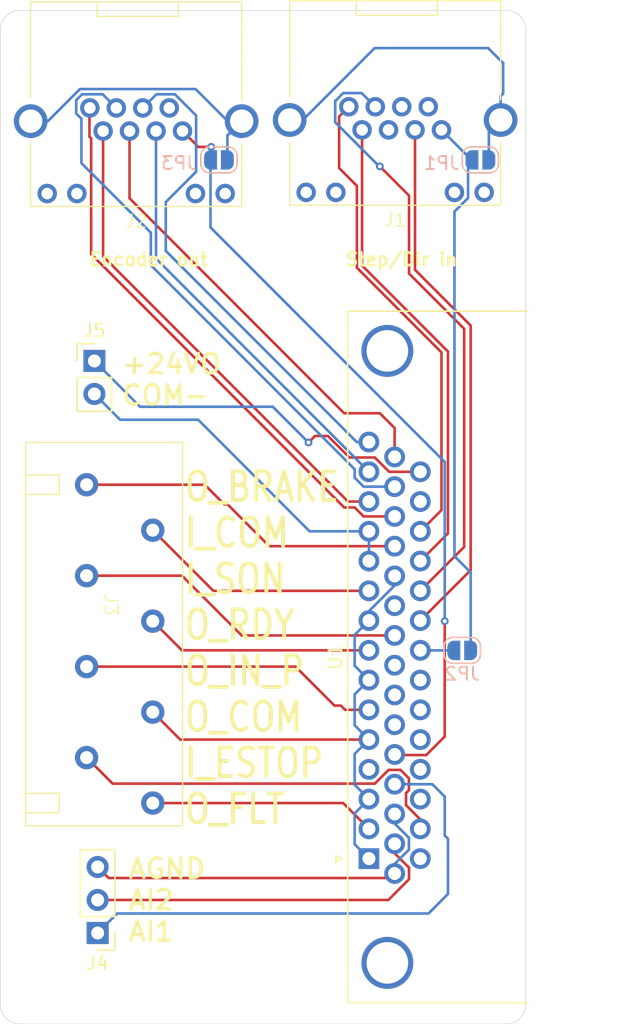
<source format=kicad_pcb>
(kicad_pcb (version 20240108) (generator "pcbnew") (generator_version "8.0")
  (layers (0 "F.Cu" signal) (31 "B.Cu" signal) (34 "B.Paste" user) (35 "F.Paste" user) (36 "B.SilkS" user "B.Silkscreen") (37 "F.SilkS" user "F.Silkscreen") (38 "B.Mask" user) (39 "F.Mask" user) (44 "Edge.Cuts" user))
  (net 0 "")
  (net 4 "/DIR_P")
  (net 5 "/STEP_N")
  (net 7 "Net-(JP1-A)")
  (net 8 "/DIR_N")
  (net 10 "/STEP_P")
  (net 13 "/SD_GND")
  (net 14 "Net-(JP3-A)")
  (net 15 "/ENC_GND")
  (net 19 "/ENC_A_N")
  (net 20 "/ENC_A_P")
  (net 22 "/ENC_B_P")
  (net 23 "/ENC_Z_N")
  (net 24 "/ENC_B_N")
  (net 26 "/ENC_Z_P")
  (net 27 "/DO_IN_POS")
  (net 28 "/DO_BRAKE")
  (net 29 "/DI_SON")
  (net 30 "/DI_ESTOP")
  (net 31 "/DO_FAULT")
  (net 32 "/DO_COM")
  (net 33 "/DI_COM")
  (net 34 "/DO_RDY")
  (net 35 "Net-(JP2-A)")
  (net 38 "/AGND")
  (net 42 "/COM-")
  (net 43 "/AI1")
  (net 46 "/+24VO")
  (net 50 "/AI2")
  (footprint "Connector_PinHeader_2.54mm:PinHeader_1x03_P2.54mm_Vertical" (layer "F.Cu") (at 105.5 63 180)
    (property "Reference" "J4" (at 0 -2.33 0) (layer "F.SilkS"))
    (property "Value" "Conn_01x03")
    (fp_line (start 1.33 1.27) (end 1.33 6.41) (stroke (width 0.12)) (layer "F.SilkS"))
    (fp_line (start -1.33 6.41) (end 1.33 6.41) (stroke (width 0.12)) (layer "F.SilkS"))
    (fp_line (start -1.33 1.27) (end 1.33 1.27) (stroke (width 0.12)) (layer "F.SilkS"))
    (fp_line (start -1.33 1.27) (end -1.33 6.41) (stroke (width 0.12)) (layer "F.SilkS"))
    (fp_line (start -1.33 0) (end -1.33 -1.33) (stroke (width 0.12)) (layer "F.SilkS"))
    (fp_line (start -1.33 -1.33) (end 0 -1.33) (stroke (width 0.12)) (layer "F.SilkS"))
    (pad "1" thru_hole rect (at 0 0 180) (size 1.7 1.7) (drill 1) (layers "*.Cu" "*.Mask") (net 43 "/AI1"))
    (pad "2" thru_hole oval (at 0 2.54 180) (size 1.7 1.7) (drill 1) (layers "*.Cu" "*.Mask") (net 50 "/AI2"))
    (pad "3" thru_hole oval (at 0 5.08 180) (size 1.7 1.7) (drill 1) (layers "*.Cu" "*.Mask") (net 38 "/AGND"))
  )
  (footprint "Connector_PinHeader_2.54mm:PinHeader_1x02_P2.54mm_Vertical" (layer "F.Cu") (at 105.25 18.975)
    (property "Reference" "J5" (at 0 -2.33 0) (layer "F.SilkS"))
    (property "Value" "Conn_01x02")
    (fp_line (start -1.33 -1.33) (end 0 -1.33) (stroke (width 0.12)) (layer "F.SilkS"))
    (fp_line (start -1.33 0) (end -1.33 -1.33) (stroke (width 0.12)) (layer "F.SilkS"))
    (fp_line (start -1.33 1.27) (end -1.33 3.87) (stroke (width 0.12)) (layer "F.SilkS"))
    (fp_line (start -1.33 1.27) (end 1.33 1.27) (stroke (width 0.12)) (layer "F.SilkS"))
    (fp_line (start -1.33 3.87) (end 1.33 3.87) (stroke (width 0.12)) (layer "F.SilkS"))
    (fp_line (start 1.33 1.27) (end 1.33 3.87) (stroke (width 0.12)) (layer "F.SilkS"))
    (pad "1" thru_hole rect (at 0 0) (size 1.7 1.7) (drill 1) (layers "*.Cu" "*.Mask") (net 46 "/+24VO"))
    (pad "2" thru_hole oval (at 0 2.54) (size 1.7 1.7) (drill 1) (layers "*.Cu" "*.Mask") (net 42 "/COM-"))
  )
  (footprint "hadv-connectors:R-RJ45R08P-C000" (layer "F.Cu") (at 128.43 -0.88 180)
    (property "Reference" "J1" (at 0 -9 0) (layer "F.SilkS") (effects (font (thickness 0.1))))
    (property "Value" "RJ45_LED_Shielded")
    (fp_line (start 8.128 0.508) (end 8.125 7.875) (stroke (width 0.1)) (layer "F.SilkS"))
    (fp_line (start 8.125 7.875) (end -8.125 7.875) (stroke (width 0.1)) (layer "F.SilkS"))
    (fp_line (start 8.125 -7.875) (end 8.128 -3.048) (stroke (width 0.1)) (layer "F.SilkS"))
    (fp_line (start 3 6.75) (end 3 7.75) (stroke (width 0.1)) (layer "F.SilkS"))
    (fp_line (start -3.25 7.75) (end -3.25 6.75) (stroke (width 0.1)) (layer "F.SilkS"))
    (fp_line (start -3.25 6.75) (end 3 6.75) (stroke (width 0.1)) (layer "F.SilkS"))
    (fp_line (start -8.125 7.875) (end -8.128 0.254) (stroke (width 0.1)) (layer "F.SilkS"))
    (fp_line (start -8.125 -7.875) (end 8.125 -7.875) (stroke (width 0.1)) (layer "F.SilkS"))
    (fp_line (start -8.125 -7.875) (end -8.128 -3.048) (stroke (width 0.1)) (layer "F.SilkS"))
    (pad "" np_thru_hole circle (at -6.35 2.25 180) (size 3.25 3.25) (drill 3.25) (layers "F&B.Cu" "*.Mask"))
    (pad "" np_thru_hole circle (at 6.35 2.25 180) (size 3.25 3.25) (drill 3.25) (layers "F&B.Cu" "*.Mask"))
    (pad "1" thru_hole circle (at 3.57 -0.29 180) (size 1.5 1.5) (drill 0.89) (layers "*.Cu" "*.Mask") (net 10 "/STEP_P"))
    (pad "2" thru_hole circle (at 2.55 -2.07 180) (size 1.5 1.5) (drill 0.89) (layers "*.Cu" "*.Mask") (net 5 "/STEP_N"))
    (pad "3" thru_hole circle (at 1.53 -0.29 180) (size 1.5 1.5) (drill 0.89) (layers "*.Cu" "*.Mask") (net 4 "/DIR_P"))
    (pad "4" thru_hole circle (at 0.51 -2.07 180) (size 1.5 1.5) (drill 0.89) (layers "*.Cu" "*.Mask"))
    (pad "5" thru_hole circle (at -0.51 -0.29 180) (size 1.5 1.5) (drill 0.89) (layers "*.Cu" "*.Mask"))
    (pad "6" thru_hole circle (at -1.53 -2.07 180) (size 1.5 1.5) (drill 0.89) (layers "*.Cu" "*.Mask") (net 8 "/DIR_N"))
    (pad "7" thru_hole circle (at -2.55 -0.29 180) (size 1.5 1.5) (drill 0.89) (layers "*.Cu" "*.Mask"))
    (pad "8" thru_hole circle (at -3.57 -2.07 180) (size 1.5 1.5) (drill 0.89) (layers "*.Cu" "*.Mask") (net 13 "/SD_GND"))
    (pad "9" thru_hole circle (at 6.86 -6.88 180) (size 1.5 1.5) (drill 0.89) (layers "*.Cu" "*.Mask"))
    (pad "10" thru_hole circle (at 4.57 -6.88 180) (size 1.5 1.5) (drill 0.89) (layers "*.Cu" "*.Mask"))
    (pad "11" thru_hole circle (at -4.57 -6.88 180) (size 1.5 1.5) (drill 0.89) (layers "*.Cu" "*.Mask"))
    (pad "12" thru_hole circle (at -6.86 -6.88 180) (size 1.5 1.5) (drill 0.89) (layers "*.Cu" "*.Mask"))
    (pad "SH" thru_hole circle (at -8.13 -1.31 180) (size 2.6 2.6) (drill 1.8) (layers "*.Cu" "*.Mask") (net 7 "Net-(JP1-A)"))
    (pad "SH" thru_hole circle (at 8.13 -1.31 180) (size 2.6 2.6) (drill 1.8) (layers "*.Cu" "*.Mask") (net 7 "Net-(JP1-A)"))
  )
  (footprint "hadv-connectors:MX250-3.5-08P-B" (layer "F.Cu") (at 106.05 40 -90)
    (property "Reference" "J3" (at -2.25 -0.5 -90) (layer "F.SilkS") (effects (font (thickness 0.1))))
    (property "Value" "TERM-BLK-8H-S")
    (fp_line (start -12.25 6) (end -12.25 3.5) (stroke (width 0.1)) (layer "F.SilkS"))
    (fp_line (start 12.25 6) (end 12.25 3.5) (stroke (width 0.1)) (layer "F.SilkS"))
    (fp_line (start -12.25 3.5) (end -10.75 3.5) (stroke (width 0.1)) (layer "F.SilkS"))
    (fp_line (start -10.75 3.5) (end -10.75 6) (stroke (width 0.1)) (layer "F.SilkS"))
    (fp_line (start 12.25 3.5) (end 13.75 3.5) (stroke (width 0.1)) (layer "F.SilkS"))
    (fp_line (start 13.75 3.5) (end 13.75 6) (stroke (width 0.1)) (layer "F.SilkS"))
    (fp_rect (start -14.75 -6) (end 14.75 6.1) (stroke (width 0.1)) (fill none) (layer "F.SilkS"))
    (pad "1" thru_hole circle (at -11.5 1.4 270) (size 1.8 1.8) (drill 1) (layers "*.Cu" "*.Mask") (net 28 "/DO_BRAKE"))
    (pad "2" thru_hole circle (at -8 -3.7 270) (size 1.8 1.8) (drill 1) (layers "*.Cu" "*.Mask") (net 33 "/DI_COM"))
    (pad "3" thru_hole circle (at -4.5 1.4 270) (size 1.8 1.8) (drill 1) (layers "*.Cu" "*.Mask") (net 29 "/DI_SON"))
    (pad "4" thru_hole circle (at -1 -3.7 270) (size 1.8 1.8) (drill 1) (layers "*.Cu" "*.Mask") (net 34 "/DO_RDY"))
    (pad "5" thru_hole circle (at 2.5 1.4 270) (size 1.8 1.8) (drill 1) (layers "*.Cu" "*.Mask") (net 27 "/DO_IN_POS"))
    (pad "6" thru_hole circle (at 6 -3.7 270) (size 1.8 1.8) (drill 1) (layers "*.Cu" "*.Mask") (net 32 "/DO_COM"))
    (pad "7" thru_hole circle (at 9.5 1.4 270) (size 1.8 1.8) (drill 1) (layers "*.Cu" "*.Mask") (net 30 "/DI_ESTOP"))
    (pad "8" thru_hole circle (at 13 -3.7 270) (size 1.8 1.8) (drill 1) (layers "*.Cu" "*.Mask") (net 31 "/DO_FAULT"))
  )
  (footprint "Connector_Dsub:DSUB-44-HD_Male_Horizontal_P2.29x1.98mm_EdgePinOffset8.35mm_Housed_MountingHolesOffset10.89mm" (layer "F.Cu") (at 126.409669 57.275 90)
    (property "Reference" "U1" (at 15.525 -2.58 90) (layer "F.SilkS"))
    (property "Value" "~")
    (fp_line (start 0.25 -2.534338) (end 0 -2.101325) (stroke (width 0.12)) (layer "F.SilkS"))
    (fp_line (start -0.25 -2.534338) (end 0.25 -2.534338) (stroke (width 0.12)) (layer "F.SilkS"))
    (fp_line (start 0 -2.101325) (end -0.25 -2.534338) (stroke (width 0.12)) (layer "F.SilkS"))
    (fp_line (start 42.135 -1.64) (end 42.135 12.25) (stroke (width 0.12)) (layer "F.SilkS"))
    (fp_line (start -11.085 -1.64) (end 42.135 -1.64) (stroke (width 0.12)) (layer "F.SilkS"))
    (fp_line (start -11.085 12.25) (end -11.085 -1.64) (stroke (width 0.12)) (layer "F.SilkS"))
    (pad "0" thru_hole circle (at -8.025 1.42 90) (size 4 4) (drill 3.2) (layers "*.Cu" "*.Mask"))
    (pad "0" thru_hole circle (at 39.075 1.42 90) (size 4 4) (drill 3.2) (layers "*.Cu" "*.Mask"))
    (pad "1" thru_hole rect (at 0 0 90) (size 1.6 1.6) (drill 1) (layers "*.Cu" "*.Mask") (net 32 "/DO_COM"))
    (pad "2" thru_hole circle (at 2.29 0 90) (size 1.6 1.6) (drill 1) (layers "*.Cu" "*.Mask") (net 31 "/DO_FAULT"))
    (pad "3" thru_hole circle (at 4.58 0 90) (size 1.6 1.6) (drill 1) (layers "*.Cu" "*.Mask") (net 32 "/DO_COM"))
    (pad "4" thru_hole circle (at 6.87 0 90) (size 1.6 1.6) (drill 1) (layers "*.Cu" "*.Mask"))
    (pad "5" thru_hole circle (at 9.16 0 90) (size 1.6 1.6) (drill 1) (layers "*.Cu" "*.Mask") (net 32 "/DO_COM"))
    (pad "6" thru_hole circle (at 11.45 0 90) (size 1.6 1.6) (drill 1) (layers "*.Cu" "*.Mask") (net 27 "/DO_IN_POS"))
    (pad "7" thru_hole circle (at 13.74 0 90) (size 1.6 1.6) (drill 1) (layers "*.Cu" "*.Mask") (net 32 "/DO_COM"))
    (pad "8" thru_hole circle (at 16.03 0 90) (size 1.6 1.6) (drill 1) (layers "*.Cu" "*.Mask") (net 34 "/DO_RDY"))
    (pad "9" thru_hole circle (at 18.32 0 90) (size 1.6 1.6) (drill 1) (layers "*.Cu" "*.Mask") (net 32 "/DO_COM"))
    (pad "10" thru_hole circle (at 20.61 0 90) (size 1.6 1.6) (drill 1) (layers "*.Cu" "*.Mask") (net 33 "/DI_COM"))
    (pad "11" thru_hole circle (at 22.9 0 90) (size 1.6 1.6) (drill 1) (layers "*.Cu" "*.Mask") (net 42 "/COM-"))
    (pad "12" thru_hole circle (at 25.19 0 90) (size 1.6 1.6) (drill 1) (layers "*.Cu" "*.Mask") (net 42 "/COM-"))
    (pad "13" thru_hole circle (at 27.48 0 90) (size 1.6 1.6) (drill 1) (layers "*.Cu" "*.Mask") (net 19 "/ENC_A_N"))
    (pad "14" thru_hole circle (at 29.77 0 90) (size 1.6 1.6) (drill 1) (layers "*.Cu" "*.Mask") (net 24 "/ENC_B_N"))
    (pad "15" thru_hole circle (at 32.06 0 90) (size 1.6 1.6) (drill 1) (layers "*.Cu" "*.Mask") (net 23 "/ENC_Z_N"))
    (pad "16" thru_hole circle (at -1.145 1.98 90) (size 1.6 1.6) (drill 1) (layers "*.Cu" "*.Mask") (net 38 "/AGND"))
    (pad "17" thru_hole circle (at 1.145 1.98 90) (size 1.6 1.6) (drill 1) (layers "*.Cu" "*.Mask") (net 50 "/AI2"))
    (pad "18" thru_hole circle (at 3.435 1.98 90) (size 1.6 1.6) (drill 1) (layers "*.Cu" "*.Mask") (net 38 "/AGND"))
    (pad "19" thru_hole circle (at 5.725 1.98 90) (size 1.6 1.6) (drill 1) (layers "*.Cu" "*.Mask") (net 43 "/AI1"))
    (pad "20" thru_hole circle (at 8.015 1.98 90) (size 1.6 1.6) (drill 1) (layers "*.Cu" "*.Mask") (net 15 "/ENC_GND"))
    (pad "21" thru_hole circle (at 10.305 1.98 90) (size 1.6 1.6) (drill 1) (layers "*.Cu" "*.Mask"))
    (pad "22" thru_hole circle (at 12.595 1.98 90) (size 1.6 1.6) (drill 1) (layers "*.Cu" "*.Mask"))
    (pad "23" thru_hole circle (at 14.885 1.98 90) (size 1.6 1.6) (drill 1) (layers "*.Cu" "*.Mask"))
    (pad "24" thru_hole circle (at 17.175 1.98 90) (size 1.6 1.6) (drill 1) (layers "*.Cu" "*.Mask") (net 29 "/DI_SON"))
    (pad "25" thru_hole circle (at 19.465 1.98 90) (size 1.6 1.6) (drill 1) (layers "*.Cu" "*.Mask"))
    (pad "26" thru_hole circle (at 21.755 1.98 90) (size 1.6 1.6) (drill 1) (layers "*.Cu" "*.Mask") (net 32 "/DO_COM"))
    (pad "27" thru_hole circle (at 24.045 1.98 90) (size 1.6 1.6) (drill 1) (layers "*.Cu" "*.Mask") (net 28 "/DO_BRAKE"))
    (pad "28" thru_hole circle (at 26.335 1.98 90) (size 1.6 1.6) (drill 1) (layers "*.Cu" "*.Mask") (net 20 "/ENC_A_P"))
    (pad "29" thru_hole circle (at 28.625 1.98 90) (size 1.6 1.6) (drill 1) (layers "*.Cu" "*.Mask") (net 22 "/ENC_B_P"))
    (pad "30" thru_hole circle (at 30.915 1.98 90) (size 1.6 1.6) (drill 1) (layers "*.Cu" "*.Mask") (net 26 "/ENC_Z_P"))
    (pad "31" thru_hole circle (at 0 3.96 90) (size 1.6 1.6) (drill 1) (layers "*.Cu" "*.Mask"))
    (pad "32" thru_hole circle (at 2.29 3.96 90) (size 1.6 1.6) (drill 1) (layers "*.Cu" "*.Mask") (net 30 "/DI_ESTOP"))
    (pad "33" thru_hole circle (at 4.58 3.96 90) (size 1.6 1.6) (drill 1) (layers "*.Cu" "*.Mask"))
    (pad "34" thru_hole circle (at 6.87 3.96 90) (size 1.6 1.6) (drill 1) (layers "*.Cu" "*.Mask"))
    (pad "35" thru_hole circle (at 9.16 3.96 90) (size 1.6 1.6) (drill 1) (layers "*.Cu" "*.Mask"))
    (pad "36" thru_hole circle (at 11.45 3.96 90) (size 1.6 1.6) (drill 1) (layers "*.Cu" "*.Mask"))
    (pad "37" thru_hole circle (at 13.74 3.96 90) (size 1.6 1.6) (drill 1) (layers "*.Cu" "*.Mask"))
    (pad "38" thru_hole circle (at 16.03 3.96 90) (size 1.6 1.6) (drill 1) (layers "*.Cu" "*.Mask") (net 35 "Net-(JP2-A)"))
    (pad "39" thru_hole circle (at 18.32 3.96 90) (size 1.6 1.6) (drill 1) (layers "*.Cu" "*.Mask") (net 8 "/DIR_N"))
    (pad "40" thru_hole circle (at 20.61 3.96 90) (size 1.6 1.6) (drill 1) (layers "*.Cu" "*.Mask") (net 4 "/DIR_P"))
    (pad "41" thru_hole circle (at 22.9 3.96 90) (size 1.6 1.6) (drill 1) (layers "*.Cu" "*.Mask") (net 5 "/STEP_N"))
    (pad "42" thru_hole circle (at 25.19 3.96 90) (size 1.6 1.6) (drill 1) (layers "*.Cu" "*.Mask") (net 10 "/STEP_P"))
    (pad "43" thru_hole circle (at 27.48 3.96 90) (size 1.6 1.6) (drill 1) (layers "*.Cu" "*.Mask"))
    (pad "44" thru_hole circle (at 29.77 3.96 90) (size 1.6 1.6) (drill 1) (layers "*.Cu" "*.Mask") (net 46 "/+24VO"))
  )
  (footprint "hadv-connectors:R-RJ45R08P-C000" (layer "F.Cu") (at 108.47 -0.79 180)
    (property "Reference" "J2" (at 0 -9 0) (layer "F.SilkS") (effects (font (thickness 0.1))))
    (property "Value" "RJ45_LED_Shielded")
    (fp_line (start 8.128 0.508) (end 8.125 7.875) (stroke (width 0.1)) (layer "F.SilkS"))
    (fp_line (start 8.125 7.875) (end -8.125 7.875) (stroke (width 0.1)) (layer "F.SilkS"))
    (fp_line (start 8.125 -7.875) (end 8.128 -3.048) (stroke (width 0.1)) (layer "F.SilkS"))
    (fp_line (start 3 6.75) (end 3 7.75) (stroke (width 0.1)) (layer "F.SilkS"))
    (fp_line (start -3.25 7.75) (end -3.25 6.75) (stroke (width 0.1)) (layer "F.SilkS"))
    (fp_line (start -3.25 6.75) (end 3 6.75) (stroke (width 0.1)) (layer "F.SilkS"))
    (fp_line (start -8.125 7.875) (end -8.128 0.254) (stroke (width 0.1)) (layer "F.SilkS"))
    (fp_line (start -8.125 -7.875) (end 8.125 -7.875) (stroke (width 0.1)) (layer "F.SilkS"))
    (fp_line (start -8.125 -7.875) (end -8.128 -3.048) (stroke (width 0.1)) (layer "F.SilkS"))
    (pad "" np_thru_hole circle (at -6.35 2.25 180) (size 3.25 3.25) (drill 3.25) (layers "F&B.Cu" "*.Mask"))
    (pad "" np_thru_hole circle (at 6.35 2.25 180) (size 3.25 3.25) (drill 3.25) (layers "F&B.Cu" "*.Mask"))
    (pad "1" thru_hole circle (at 3.57 -0.29 180) (size 1.5 1.5) (drill 0.89) (layers "*.Cu" "*.Mask") (net 20 "/ENC_A_P"))
    (pad "2" thru_hole circle (at 2.55 -2.07 180) (size 1.5 1.5) (drill 0.89) (layers "*.Cu" "*.Mask") (net 19 "/ENC_A_N"))
    (pad "3" thru_hole circle (at 1.53 -0.29 180) (size 1.5 1.5) (drill 0.89) (layers "*.Cu" "*.Mask") (net 22 "/ENC_B_P"))
    (pad "4" thru_hole circle (at 0.51 -2.07 180) (size 1.5 1.5) (drill 0.89) (layers "*.Cu" "*.Mask") (net 26 "/ENC_Z_P"))
    (pad "5" thru_hole circle (at -0.51 -0.29 180) (size 1.5 1.5) (drill 0.89) (layers "*.Cu" "*.Mask") (net 23 "/ENC_Z_N"))
    (pad "6" thru_hole circle (at -1.53 -2.07 180) (size 1.5 1.5) (drill 0.89) (layers "*.Cu" "*.Mask") (net 24 "/ENC_B_N"))
    (pad "7" thru_hole circle (at -2.55 -0.29 180) (size 1.5 1.5) (drill 0.89) (layers "*.Cu" "*.Mask"))
    (pad "8" thru_hole circle (at -3.57 -2.07 180) (size 1.5 1.5) (drill 0.89) (layers "*.Cu" "*.Mask") (net 15 "/ENC_GND"))
    (pad "9" thru_hole circle (at 6.86 -6.88 180) (size 1.5 1.5) (drill 0.89) (layers "*.Cu" "*.Mask"))
    (pad "10" thru_hole circle (at 4.57 -6.88 180) (size 1.5 1.5) (drill 0.89) (layers "*.Cu" "*.Mask"))
    (pad "11" thru_hole circle (at -4.57 -6.88 180) (size 1.5 1.5) (drill 0.89) (layers "*.Cu" "*.Mask"))
    (pad "12" thru_hole circle (at -6.86 -6.88 180) (size 1.5 1.5) (drill 0.89) (layers "*.Cu" "*.Mask"))
    (pad "SH" thru_hole circle (at -8.13 -1.31 180) (size 2.6 2.6) (drill 1.8) (layers "*.Cu" "*.Mask") (net 14 "Net-(JP3-A)"))
    (pad "SH" thru_hole circle (at 8.13 -1.31 180) (size 2.6 2.6) (drill 1.8) (layers "*.Cu" "*.Mask") (net 14 "Net-(JP3-A)"))
  )
  (footprint "Jumper:SolderJumper-2_P1.3mm_Open_RoundedPad1.0x1.5mm" (layer "B.Cu") (at 133.6 41.25)
    (property "Reference" "JP2" (at 0 1.8 0) (layer "B.SilkS") (effects (justify mirror)))
    (property "Value" "SolderJumper_2_Open")
    (fp_line (start -1.4 0.3) (end -1.4 -0.3) (stroke (width 0.12)) (layer "B.SilkS"))
    (fp_line (start -0.7 -1) (end 0.7 -1) (stroke (width 0.12)) (layer "B.SilkS"))
    (fp_line (start 0.7 1) (end -0.7 1) (stroke (width 0.12)) (layer "B.SilkS"))
    (fp_line (start 1.4 -0.3) (end 1.4 0.3) (stroke (width 0.12)) (layer "B.SilkS"))
    (fp_arc (start -1.4 -0.3) (mid -1.194975 -0.794975) (end -0.7 -1) (stroke (width 0.12)) (layer "B.SilkS"))
    (fp_arc (start -0.7 1) (mid -1.194975 0.794975) (end -1.4 0.3) (stroke (width 0.12)) (layer "B.SilkS"))
    (fp_arc (start 0.7 -1) (mid 1.194975 -0.794975) (end 1.4 -0.3) (stroke (width 0.12)) (layer "B.SilkS"))
    (fp_arc (start 1.4 0.3) (mid 1.194975 0.794975) (end 0.7 1) (stroke (width 0.12)) (layer "B.SilkS"))
    (pad "1" smd custom (at -0.65 0) (size 1 0.5) (layers "B.Cu" "B.Mask") (net 35 "Net-(JP2-A)") (options (clearance outline) (anchor rect)) (primitives (gr_circle (center 0 -0.25) (end 0.5 -0.25) (width 0) (fill yes)) (gr_circle (center 0 0.25) (end 0.5 0.25) (width 0) (fill yes)) (gr_poly (pts (xy 0.5 -0.75) (xy 0 -0.75) (xy 0 0.75) (xy 0.5 0.75)) (width 0) (fill yes))))
    (pad "2" smd custom (at 0.65 0) (size 1 0.5) (layers "B.Cu" "B.Mask") (net 13 "/SD_GND") (options (clearance outline) (anchor rect)) (primitives (gr_circle (center 0 -0.25) (end 0.5 -0.25) (width 0) (fill yes)) (gr_circle (center 0 0.25) (end 0.5 0.25) (width 0) (fill yes)) (gr_poly (pts (xy 0 -0.75) (xy -0.5 -0.75) (xy -0.5 0.75) (xy 0 0.75)) (width 0) (fill yes))))
  )
  (footprint "Jumper:SolderJumper-2_P1.3mm_Open_RoundedPad1.0x1.5mm" (layer "B.Cu") (at 114.85 3.5 180)
    (property "Reference" "JP3" (at 3.1 -0.25 0) (layer "B.SilkS") (effects (justify mirror)))
    (property "Value" "SolderJumper_2_Open")
    (fp_line (start 1.4 -0.3) (end 1.4 0.3) (stroke (width 0.12)) (layer "B.SilkS"))
    (fp_line (start 0.7 1) (end -0.7 1) (stroke (width 0.12)) (layer "B.SilkS"))
    (fp_line (start -0.7 -1) (end 0.7 -1) (stroke (width 0.12)) (layer "B.SilkS"))
    (fp_line (start -1.4 0.3) (end -1.4 -0.3) (stroke (width 0.12)) (layer "B.SilkS"))
    (fp_arc (start 1.4 0.3) (mid 1.194975 0.794975) (end 0.7 1) (stroke (width 0.12)) (layer "B.SilkS"))
    (fp_arc (start 0.7 -1) (mid 1.194975 -0.794975) (end 1.4 -0.3) (stroke (width 0.12)) (layer "B.SilkS"))
    (fp_arc (start -0.7 1) (mid -1.194975 0.794975) (end -1.4 0.3) (stroke (width 0.12)) (layer "B.SilkS"))
    (fp_arc (start -1.4 -0.3) (mid -1.194975 -0.794975) (end -0.7 -1) (stroke (width 0.12)) (layer "B.SilkS"))
    (pad "1" smd custom (at -0.65 0 180) (size 1 0.5) (layers "B.Cu" "B.Mask") (net 14 "Net-(JP3-A)") (options (clearance outline) (anchor rect)) (primitives (gr_circle (center 0 -0.25) (end 0.5 -0.25) (width 0) (fill yes)) (gr_circle (center 0 0.25) (end 0.5 0.25) (width 0) (fill yes)) (gr_poly (pts (xy 0.5 -0.75) (xy 0 -0.75) (xy 0 0.75) (xy 0.5 0.75)) (width 0) (fill yes))))
    (pad "2" smd custom (at 0.65 0 180) (size 1 0.5) (layers "B.Cu" "B.Mask") (net 15 "/ENC_GND") (options (clearance outline) (anchor rect)) (primitives (gr_circle (center 0 -0.25) (end 0.5 -0.25) (width 0) (fill yes)) (gr_circle (center 0 0.25) (end 0.5 0.25) (width 0) (fill yes)) (gr_poly (pts (xy 0 -0.75) (xy -0.5 -0.75) (xy -0.5 0.75) (xy 0 0.75)) (width 0) (fill yes))))
  )
  (footprint "Jumper:SolderJumper-2_P1.3mm_Open_RoundedPad1.0x1.5mm" (layer "B.Cu") (at 135 3.5 180)
    (property "Reference" "JP1" (at 3 -0.25 0) (layer "B.SilkS") (effects (justify mirror)))
    (property "Value" "SolderJumper_2_Open")
    (fp_line (start 1.4 -0.3) (end 1.4 0.3) (stroke (width 0.12)) (layer "B.SilkS"))
    (fp_line (start 0.7 1) (end -0.7 1) (stroke (width 0.12)) (layer "B.SilkS"))
    (fp_line (start -0.7 -1) (end 0.7 -1) (stroke (width 0.12)) (layer "B.SilkS"))
    (fp_line (start -1.4 0.3) (end -1.4 -0.3) (stroke (width 0.12)) (layer "B.SilkS"))
    (fp_arc (start 1.4 0.3) (mid 1.194975 0.794975) (end 0.7 1) (stroke (width 0.12)) (layer "B.SilkS"))
    (fp_arc (start 0.7 -1) (mid 1.194975 -0.794975) (end 1.4 -0.3) (stroke (width 0.12)) (layer "B.SilkS"))
    (fp_arc (start -0.7 1) (mid -1.194975 0.794975) (end -1.4 0.3) (stroke (width 0.12)) (layer "B.SilkS"))
    (fp_arc (start -1.4 -0.3) (mid -1.194975 -0.794975) (end -0.7 -1) (stroke (width 0.12)) (layer "B.SilkS"))
    (pad "1" smd custom (at -0.65 0 180) (size 1 0.5) (layers "B.Cu" "B.Mask") (net 7 "Net-(JP1-A)") (options (clearance outline) (anchor rect)) (primitives (gr_circle (center 0 -0.25) (end 0.5 -0.25) (width 0) (fill yes)) (gr_circle (center 0 0.25) (end 0.5 0.25) (width 0) (fill yes)) (gr_poly (pts (xy 0.5 -0.75) (xy 0 -0.75) (xy 0 0.75) (xy 0.5 0.75)) (width 0) (fill yes))))
    (pad "2" smd custom (at 0.65 0 180) (size 1 0.5) (layers "B.Cu" "B.Mask") (net 13 "/SD_GND") (options (clearance outline) (anchor rect)) (primitives (gr_circle (center 0 -0.25) (end 0.5 -0.25) (width 0) (fill yes)) (gr_circle (center 0 0.25) (end 0.5 0.25) (width 0) (fill yes)) (gr_poly (pts (xy 0 -0.75) (xy -0.5 -0.75) (xy -0.5 0.75) (xy 0 0.75)) (width 0) (fill yes))))
  )
  (gr_arc (start 99.5 70) (mid 98.43934 69.56066) (end 98 68.5) (stroke (width 0.05)) (layer "Edge.Cuts"))
  (gr_line (start 99.5 -8) (end 137 -8) (stroke (width 0.05)) (layer "Edge.Cuts"))
  (gr_arc (start 138.5 68.5) (mid 138.06066 69.56066) (end 137 70) (stroke (width 0.05)) (layer "Edge.Cuts"))
  (gr_arc (start 98 -6.5) (mid 98.43934 -7.56066) (end 99.5 -8) (stroke (width 0.05)) (layer "Edge.Cuts"))
  (gr_line (start 138.5 -6.5) (end 138.5 68.5) (stroke (width 0.05)) (layer "Edge.Cuts"))
  (gr_arc (start 137 -8) (mid 138.06066 -7.56066) (end 138.5 -6.5) (stroke (width 0.05)) (layer "Edge.Cuts"))
  (gr_line (start 98 68.5) (end 98 -6.5) (stroke (width 0.05)) (layer "Edge.Cuts"))
  (gr_line (start 137 70) (end 99.5 70) (stroke (width 0.05)) (layer "Edge.Cuts"))
  (gr_text "O_BRAKE\nI_COM\nI_SON\nO_RDY\nO_IN_P\nO_COM\nI_ESTOP\nO_FLT\n" (at 112.05 54.75 0) (layer "F.SilkS") (effects (font (size 2.2 1.8) (thickness 0.3)) (justify left bottom)))
  (gr_text "AGND\nAI2\nAI1" (at 107.75 63.75 0) (layer "F.SilkS") (effects (font (size 1.5 1.5) (thickness 0.25) (bold yes)) (justify left bottom)))
  (gr_text "Step/Dir in" (at 124.5 11.75 0) (layer "F.SilkS") (effects (font (size 1 1) (thickness 0.2) (bold yes)) (justify left bottom)))
  (gr_text "Encoder out" (at 104.75 11.75 0) (layer "F.SilkS") (effects (font (size 1 1) (thickness 0.2) (bold yes)) (justify left bottom)))
  (gr_text "+24VO\nCOM-" (at 107.25 22.5 0) (layer "F.SilkS") (effects (font (size 1.5 1.5) (thickness 0.25) (bold yes)) (justify left bottom)))
  (segment (start 133.75 33.284669) (end 133.75 16.5) (width 0.2) (layer "F.Cu") (net 4))
  (segment (start 129.5 6.25) (end 127.25 4) (width 0.2) (layer "F.Cu") (net 4))
  (segment (start 129.5 12.25) (end 129.5 6.25) (width 0.2) (layer "F.Cu") (net 4))
  (segment (start 130.369669 36.665) (end 133.75 33.284669) (width 0.2) (layer "F.Cu") (net 4))
  (segment (start 133.75 16.5) (end 129.5 12.25) (width 0.2) (layer "F.Cu") (net 4))
  (via (at 127.25 4) (size 0.6) (drill 0.3) (layers "F.Cu" "B.Cu") (net 4))
  (segment (start 123.81 -1.024925) (end 124.425075 -1.64) (width 0.2) (layer "B.Cu") (net 4))
  (segment (start 125.85 -1.64) (end 126.9 -0.59) (width 0.2) (layer "B.Cu") (net 4))
  (segment (start 123.81 0.604925) (end 123.81 -1.024925) (width 0.2) (layer "B.Cu") (net 4))
  (segment (start 124.425075 -1.64) (end 125.85 -1.64) (width 0.2) (layer "B.Cu") (net 4))
  (segment (start 127.25 4) (end 127.205075 4) (width 0.2) (layer "B.Cu") (net 4))
  (segment (start 127.205075 4) (end 123.81 0.604925) (width 0.2) (layer "B.Cu") (net 4))
  (segment (start 132.5 18.25) (end 132.5 32.244669) (width 0.2) (layer "F.Cu") (net 5))
  (segment (start 132.5 32.244669) (end 130.369669 34.375) (width 0.2) (layer "F.Cu") (net 5))
  (segment (start 125.88 11.63) (end 132.5 18.25) (width 0.2) (layer "F.Cu") (net 5))
  (segment (start 125.88 1.19) (end 125.88 11.63) (width 0.2) (layer "F.Cu") (net 5))
  (segment (start 136.56 0.43) (end 136.56 -1.408477) (width 0.2) (layer "B.Cu") (net 7))
  (segment (start 121.313072 0.43) (end 120.3 0.43) (width 0.2) (layer "B.Cu") (net 7))
  (segment (start 136.755 -1.603477) (end 136.755 -3.948072) (width 0.2) (layer "B.Cu") (net 7))
  (segment (start 135.65 3.5) (end 135.65 1.34) (width 0.2) (layer "B.Cu") (net 7))
  (segment (start 136.755 -3.948072) (end 135.598072 -5.105) (width 0.2) (layer "B.Cu") (net 7))
  (segment (start 135.598072 -5.105) (end 126.848072 -5.105) (width 0.2) (layer "B.Cu") (net 7))
  (segment (start 126.848072 -5.105) (end 121.313072 0.43) (width 0.2) (layer "B.Cu") (net 7))
  (segment (start 136.56 -1.408477) (end 136.755 -1.603477) (width 0.2) (layer "B.Cu") (net 7))
  (segment (start 135.65 1.34) (end 136.56 0.43) (width 0.2) (layer "B.Cu") (net 7))
  (segment (start 129.96 11.96) (end 129.96 1.19) (width 0.2) (layer "F.Cu") (net 8))
  (segment (start 134.25 35.074669) (end 134.25 16.25) (width 0.2) (layer "F.Cu") (net 8))
  (segment (start 134.25 16.25) (end 129.96 11.96) (width 0.2) (layer "F.Cu") (net 8))
  (segment (start 130.369669 38.955) (end 134.25 35.074669) (width 0.2) (layer "F.Cu") (net 8))
  (segment (start 130.369669 32.085) (end 132 30.454669) (width 0.2) (layer "F.Cu") (net 10))
  (segment (start 125.48 5.5) (end 124.11 4.13) (width 0.2) (layer "F.Cu") (net 10))
  (segment (start 132 30.454669) (end 132 18.315686) (width 0.2) (layer "F.Cu") (net 10))
  (segment (start 125.48 11.795686) (end 125.48 5.5) (width 0.2) (layer "F.Cu") (net 10))
  (segment (start 124.11 0.16) (end 124.86 -0.59) (width 0.2) (layer "F.Cu") (net 10))
  (segment (start 124.11 4.13) (end 124.11 0.16) (width 0.2) (layer "F.Cu") (net 10))
  (segment (start 132 18.315686) (end 125.48 11.795686) (width 0.2) (layer "F.Cu") (net 10))
  (segment (start 134.25 41.25) (end 134.25 35.25) (width 0.2) (layer "B.Cu") (net 13))
  (segment (start 133 34) (end 133 7.484925) (width 0.2) (layer "B.Cu") (net 13))
  (segment (start 132 1.19) (end 134.31 3.5) (width 0.2) (layer "B.Cu") (net 13))
  (segment (start 133 7.484925) (end 134.05 6.434925) (width 0.2) (layer "B.Cu") (net 13))
  (segment (start 134.05 6.434925) (end 134.05 3.8) (width 0.2) (layer "B.Cu") (net 13))
  (segment (start 134.05 3.8) (end 134.35 3.5) (width 0.2) (layer "B.Cu") (net 13))
  (segment (start 134.25 35.25) (end 133 34) (width 0.2) (layer "B.Cu") (net 13))
  (segment (start 134.31 3.5) (end 134.35 3.5) (width 0.2) (layer "B.Cu") (net 13))
  (segment (start 115.5 3.5) (end 115.5 1.62) (width 0.2) (layer "B.Cu") (net 14))
  (segment (start 115.52 0.52) (end 116.6 0.52) (width 0.2) (layer "B.Cu") (net 14))
  (segment (start 113.05 -1.95) (end 115.52 0.52) (width 0.2) (layer "B.Cu") (net 14))
  (segment (start 101.664314 0.52) (end 104.134314 -1.95) (width 0.2) (layer "B.Cu") (net 14))
  (segment (start 115.5 1.62) (end 116.6 0.52) (width 0.2) (layer "B.Cu") (net 14))
  (segment (start 104.134314 -1.95) (end 113.05 -1.95) (width 0.2) (layer "B.Cu") (net 14))
  (segment (start 100.34 0.52) (end 101.664314 0.52) (width 0.2) (layer "B.Cu") (net 14))
  (segment (start 132.25 47.880304) (end 130.825304 49.305) (width 0.2) (layer "F.Cu") (net 15))
  (segment (start 128.434669 49.305) (end 128.389669 49.26) (width 0.2) (layer "F.Cu") (net 15))
  (segment (start 130.825304 49.305) (end 128.434669 49.305) (width 0.2) (layer "F.Cu") (net 15))
  (segment (start 114.25 2.5) (end 113.26 2.5) (width 0.2) (layer "F.Cu") (net 15))
  (segment (start 113.26 2.5) (end 112.04 1.28) (width 0.2) (layer "F.Cu") (net 15))
  (segment (start 132.25 39) (end 132.25 47.880304) (width 0.2) (layer "F.Cu") (net 15))
  (via (at 132.25 39) (size 0.6) (drill 0.3) (layers "F.Cu" "B.Cu") (net 15))
  (via (at 114.25 2.5) (size 0.6) (drill 0.3) (layers "F.Cu" "B.Cu") (net 15))
  (segment (start 114.2 3.5) (end 114.2 8.7) (width 0.2) (layer "B.Cu") (net 15))
  (segment (start 114.2 2.55) (end 114.25 2.5) (width 0.2) (layer "B.Cu") (net 15))
  (segment (start 112.04 1.34) (end 112.04 1.28) (width 0.2) (layer "B.Cu") (net 15))
  (segment (start 129.5 24) (end 132.25 26.75) (width 0.2) (layer "B.Cu") (net 15))
  (segment (start 114.2 3.5) (end 114.2 2.55) (width 0.2) (layer "B.Cu") (net 15))
  (segment (start 114.2 8.7) (end 129.5 24) (width 0.2) (layer "B.Cu") (net 15))
  (segment (start 132.25 26.75) (end 132.25 39) (width 0.2) (layer "B.Cu") (net 15))
  (segment (start 124.795 29.795) (end 126.409669 29.795) (width 0.2) (layer "F.Cu") (net 19))
  (segment (start 105.92 1.28) (end 105.92 10.92) (width 0.2) (layer "F.Cu") (net 19))
  (segment (start 105.92 10.92) (end 124.795 29.795) (width 0.2) (layer "F.Cu") (net 19))
  (segment (start 104.87 1.714925) (end 105 1.844925) (width 0.2) (layer "F.Cu") (net 20))
  (segment (start 104.87 -0.47) (end 104.87 1.714925) (width 0.2) (layer "F.Cu") (net 20))
  (segment (start 125.309669 30.250635) (end 125.999034 30.94) (width 0.2) (layer "F.Cu") (net 20))
  (segment (start 105 10.75) (end 124.500635 30.250635) (width 0.2) (layer "F.Cu") (net 20))
  (segment (start 105 1.844925) (end 105 10.75) (width 0.2) (layer "F.Cu") (net 20))
  (segment (start 124.500635 30.250635) (end 125.309669 30.250635) (width 0.2) (layer "F.Cu") (net 20))
  (segment (start 104.9 -0.5) (end 104.87 -0.47) (width 0.2) (layer "F.Cu") (net 20))
  (segment (start 125.999034 30.94) (end 128.389669 30.94) (width 0.2) (layer "F.Cu") (net 20))
  (segment (start 109.6 11.6) (end 125.309669 27.309669) (width 0.2) (layer "B.Cu") (net 22))
  (segment (start 104.25 3.75) (end 109.6 9.1) (width 0.2) (layer "B.Cu") (net 22))
  (segment (start 104.25 0.334925) (end 104.25 3.75) (width 0.2) (layer "B.Cu") (net 22))
  (segment (start 103.85 -1.1) (end 103.85 -0.065075) (width 0.2) (layer "B.Cu") (net 22))
  (segment (start 125.999034 28.65) (end 128.389669 28.65) (width 0.2) (layer "B.Cu") (net 22))
  (segment (start 106.94 -0.5) (end 105.89 -1.55) (width 0.2) (layer "B.Cu") (net 22))
  (segment (start 109.6 9.1) (end 109.6 11.6) (width 0.2) (layer "B.Cu") (net 22))
  (segment (start 104.3 -1.55) (end 103.85 -1.1) (width 0.2) (layer "B.Cu") (net 22))
  (segment (start 125.309669 27.960635) (end 125.999034 28.65) (width 0.2) (layer "B.Cu") (net 22))
  (segment (start 103.85 -0.065075) (end 104.25 0.334925) (width 0.2) (layer "B.Cu") (net 22))
  (segment (start 105.89 -1.55) (end 104.3 -1.55) (width 0.2) (layer "B.Cu") (net 22))
  (segment (start 125.309669 27.309669) (end 125.309669 27.960635) (width 0.2) (layer "B.Cu") (net 22))
  (segment (start 125.465 25.215) (end 126.409669 25.215) (width 0.2) (layer "B.Cu") (net 23))
  (segment (start 108.98 -0.5) (end 110.03 -1.55) (width 0.2) (layer "B.Cu") (net 23))
  (segment (start 110.75 10.5) (end 125.465 25.215) (width 0.2) (layer "B.Cu") (net 23))
  (segment (start 113.09 4.41) (end 110.75 6.75) (width 0.2) (layer "B.Cu") (net 23))
  (segment (start 110.03 -1.55) (end 111.454925 -1.55) (width 0.2) (layer "B.Cu") (net 23))
  (segment (start 113.09 0.085075) (end 113.09 4.41) (width 0.2) (layer "B.Cu") (net 23))
  (segment (start 110.75 6.75) (end 110.75 10.5) (width 0.2) (layer "B.Cu") (net 23))
  (segment (start 111.454925 -1.55) (end 113.09 0.085075) (width 0.2) (layer "B.Cu") (net 23))
  (segment (start 110 11.095331) (end 126.409669 27.505) (width 0.2) (layer "B.Cu") (net 24))
  (segment (start 110 1.28) (end 110 11.095331) (width 0.2) (layer "B.Cu") (net 24))
  (segment (start 107.96 1.28) (end 107.96 6.46) (width 0.2) (layer "F.Cu") (net 26))
  (segment (start 124.5 23) (end 127.25 23) (width 0.2) (layer "F.Cu") (net 26))
  (segment (start 127.25 23) (end 128.389669 24.139669) (width 0.2) (layer "F.Cu") (net 26))
  (segment (start 107.96 6.46) (end 124.5 23) (width 0.2) (layer "F.Cu") (net 26))
  (segment (start 128.389669 24.139669) (end 128.389669 26.36) (width 0.2) (layer "F.Cu") (net 26))
  (segment (start 124.25 45.5) (end 124.575 45.825) (width 0.2) (layer "F.Cu") (net 27))
  (segment (start 104.65 42.5) (end 120.75 42.5) (width 0.2) (layer "F.Cu") (net 27))
  (segment (start 124.575 45.825) (end 126.409669 45.825) (width 0.2) (layer "F.Cu") (net 27))
  (segment (start 123.75 45.5) (end 124.25 45.5) (width 0.2) (layer "F.Cu") (net 27))
  (segment (start 120.75 42.5) (end 123.75 45.5) (width 0.2) (layer "F.Cu") (net 27))
  (segment (start 118.73 33.23) (end 115.5 30) (width 0.2) (layer "F.Cu") (net 28))
  (segment (start 128.389669 33.23) (end 118.73 33.23) (width 0.2) (layer "F.Cu") (net 28))
  (segment (start 115.25 30) (end 113.75 28.5) (width 0.2) (layer "F.Cu") (net 28))
  (segment (start 115.5 30) (end 115.25 30) (width 0.2) (layer "F.Cu") (net 28))
  (segment (start 113.75 28.5) (end 104.65 28.5) (width 0.2) (layer "F.Cu") (net 28))
  (segment (start 128.389669 40.1) (end 116.6 40.1) (width 0.2) (layer "F.Cu") (net 29))
  (segment (start 116.6 40.1) (end 112 35.5) (width 0.2) (layer "F.Cu") (net 29))
  (segment (start 112 35.5) (end 104.65 35.5) (width 0.2) (layer "F.Cu") (net 29))
  (segment (start 126.865304 51.505) (end 106.655 51.505) (width 0.2) (layer "F.Cu") (net 30))
  (segment (start 130.369669 54.985) (end 130.369669 54.264365) (width 0.2) (layer "F.Cu") (net 30))
  (segment (start 127.920304 50.45) (end 126.865304 51.505) (width 0.2) (layer "F.Cu") (net 30))
  (segment (start 129.489669 52.010331) (end 129.489669 51.094365) (width 0.2) (layer "F.Cu") (net 30))
  (segment (start 129.269669 52.230331) (end 129.489669 52.010331) (width 0.2) (layer "F.Cu") (net 30))
  (segment (start 130.369669 54.264365) (end 129.269669 53.164365) (width 0.2) (layer "F.Cu") (net 30))
  (segment (start 129.489669 51.094365) (end 128.845304 50.45) (width 0.2) (layer "F.Cu") (net 30))
  (segment (start 128.845304 50.45) (end 127.920304 50.45) (width 0.2) (layer "F.Cu") (net 30))
  (segment (start 106.655 51.505) (end 104.65 49.5) (width 0.2) (layer "F.Cu") (net 30))
  (segment (start 129.269669 53.164365) (end 129.269669 52.230331) (width 0.2) (layer "F.Cu") (net 30))
  (segment (start 124.424669 53) (end 126.409669 54.985) (width 0.2) (layer "F.Cu") (net 31))
  (segment (start 109.75 53) (end 124.424669 53) (width 0.2) (layer "F.Cu") (net 31))
  (segment (start 109.75 46) (end 111.865 48.115) (width 0.2) (layer "F.Cu") (net 32))
  (segment (start 111.865 48.115) (end 126.409669 48.115) (width 0.2) (layer "F.Cu") (net 32))
  (segment (start 125.309669 40.055) (end 126.409669 38.955) (width 0.2) (layer "B.Cu") (net 32))
  (segment (start 125.309669 47.015) (end 125.309669 44.635) (width 0.2) (layer "B.Cu") (net 32))
  (segment (start 125.309669 53.795) (end 126.409669 52.695) (width 0.2) (layer "B.Cu") (net 32))
  (segment (start 125.309669 42.435) (end 125.309669 40.055) (width 0.2) (layer "B.Cu") (net 32))
  (segment (start 125.309669 51.595) (end 125.309669 49.215) (width 0.2) (layer "B.Cu") (net 32))
  (segment (start 126.409669 43.535) (end 125.309669 42.435) (width 0.2) (layer "B.Cu") (net 32))
  (segment (start 126.409669 52.695) (end 125.309669 51.595) (width 0.2) (layer "B.Cu") (net 32))
  (segment (start 126.409669 57.275) (end 125.309669 56.175) (width 0.2) (layer "B.Cu") (net 32))
  (segment (start 125.309669 56.175) (end 125.309669 53.795) (width 0.2) (layer "B.Cu") (net 32))
  (segment (start 125.309669 49.215) (end 126.409669 48.115) (width 0.2) (layer "B.Cu") (net 32))
  (segment (start 128.389669 35.52) (end 128.389669 36.254365) (width 0.2) (layer "B.Cu") (net 32))
  (segment (start 126.409669 48.115) (end 125.309669 47.015) (width 0.2) (layer "B.Cu") (net 32))
  (segment (start 126.409669 38.234365) (end 126.409669 38.955) (width 0.2) (layer "B.Cu") (net 32))
  (segment (start 125.309669 44.635) (end 126.409669 43.535) (width 0.2) (layer "B.Cu") (net 32))
  (segment (start 128.389669 36.254365) (end 126.409669 38.234365) (width 0.2) (layer "B.Cu") (net 32))
  (segment (start 109.75 32) (end 114.415 36.665) (width 0.2) (layer "F.Cu") (net 33))
  (segment (start 114.415 36.665) (end 126.409669 36.665) (width 0.2) (layer "F.Cu") (net 33))
  (segment (start 111.995 41.245) (end 126.409669 41.245) (width 0.2) (layer "F.Cu") (net 34))
  (segment (start 109.75 39) (end 111.995 41.245) (width 0.2) (layer "F.Cu") (net 34))
  (segment (start 130.374669 41.25) (end 130.369669 41.245) (width 0.2) (layer "B.Cu") (net 35))
  (segment (start 132.95 41.25) (end 130.374669 41.25) (width 0.2) (layer "B.Cu") (net 35))
  (segment (start 106.35 58.77) (end 128.039669 58.77) (width 0.2) (layer "F.Cu") (net 38))
  (segment (start 128.039669 58.77) (end 128.389669 58.42) (width 0.2) (layer "F.Cu") (net 38))
  (segment (start 105.5 57.92) (end 106.35 58.77) (width 0.2) (layer "F.Cu") (net 38))
  (segment (start 129.489669 55.674365) (end 129.489669 56.585635) (width 0.2) (layer "B.Cu") (net 38))
  (segment (start 129.489669 56.585635) (end 128.389669 57.685635) (width 0.2) (layer "B.Cu") (net 38))
  (segment (start 128.389669 54.574365) (end 129.489669 55.674365) (width 0.2) (layer "B.Cu") (net 38))
  (segment (start 128.389669 57.685635) (end 128.389669 58.42) (width 0.2) (layer "B.Cu") (net 38))
  (segment (start 128.389669 53.84) (end 128.389669 54.574365) (width 0.2) (layer "B.Cu") (net 38))
  (segment (start 107.235 23.5) (end 105.25 21.515) (width 0.2) (layer "B.Cu") (net 42))
  (segment (start 126.409669 32.085) (end 121.835 32.085) (width 0.2) (layer "B.Cu") (net 42))
  (segment (start 126.409669 34.375) (end 126.409669 32.085) (width 0.2) (layer "B.Cu") (net 42))
  (segment (start 121.835 32.085) (end 113.25 23.5) (width 0.2) (layer "B.Cu") (net 42))
  (segment (start 113.25 23.5) (end 107.235 23.5) (width 0.2) (layer "B.Cu") (net 42))
  (segment (start 132.25 55.5) (end 132.5 55.75) (width 0.2) (layer "B.Cu") (net 43))
  (segment (start 132.5 60) (end 131 61.5) (width 0.2) (layer "B.Cu") (net 43))
  (segment (start 131.3 51.55) (end 132.25 52.5) (width 0.2) (layer "B.Cu") (net 43))
  (segment (start 132.5 55.75) (end 132.5 60) (width 0.2) (layer "B.Cu") (net 43))
  (segment (start 107 61.5) (end 105.5 63) (width 0.2) (layer "B.Cu") (net 43))
  (segment (start 131 61.5) (end 107 61.5) (width 0.2) (layer "B.Cu") (net 43))
  (segment (start 132.25 52.5) (end 132.25 55.5) (width 0.2) (layer "B.Cu") (net 43))
  (segment (start 128.389669 51.55) (end 131.3 51.55) (width 0.2) (layer "B.Cu") (net 43))
  (segment (start 130.369669 27.505) (end 127.965304 27.505) (width 0.2) (layer "F.Cu") (net 46))
  (segment (start 124.905 26.405) (end 123.25 24.75) (width 0.2) (layer "F.Cu") (net 46))
  (segment (start 127.965304 27.505) (end 126.865304 26.405) (width 0.2) (layer "F.Cu") (net 46))
  (segment (start 126.865304 26.405) (end 124.905 26.405) (width 0.2) (layer "F.Cu") (net 46))
  (segment (start 123.25 24.75) (end 122.25 24.75) (width 0.2) (layer "F.Cu") (net 46))
  (segment (start 122.25 24.75) (end 121.75 25.25) (width 0.2) (layer "F.Cu") (net 46))
  (via (at 121.75 25.25) (size 0.6) (drill 0.3) (layers "F.Cu" "B.Cu") (net 46))
  (segment (start 108.775 22.5) (end 105.25 18.975) (width 0.2) (layer "B.Cu") (net 46))
  (segment (start 121.75 25.25) (end 119 22.5) (width 0.2) (layer "B.Cu") (net 46))
  (segment (start 119 22.5) (end 108.775 22.5) (width 0.2) (layer "B.Cu") (net 46))
  (segment (start 128.389669 56.864365) (end 129.5 57.974696) (width 0.2) (layer "F.Cu") (net 50))
  (segment (start 128.389669 56.13) (end 128.389669 56.864365) (width 0.2) (layer "F.Cu") (net 50))
  (segment (start 129.5 57.974696) (end 129.5 58.865304) (width 0.2) (layer "F.Cu") (net 50))
  (segment (start 127.905304 60.46) (end 105.5 60.46) (width 0.2) (layer "F.Cu") (net 50))
  (segment (start 129.5 58.865304) (end 127.905304 60.46) (width 0.2) (layer "F.Cu") (net 50))
)
</source>
